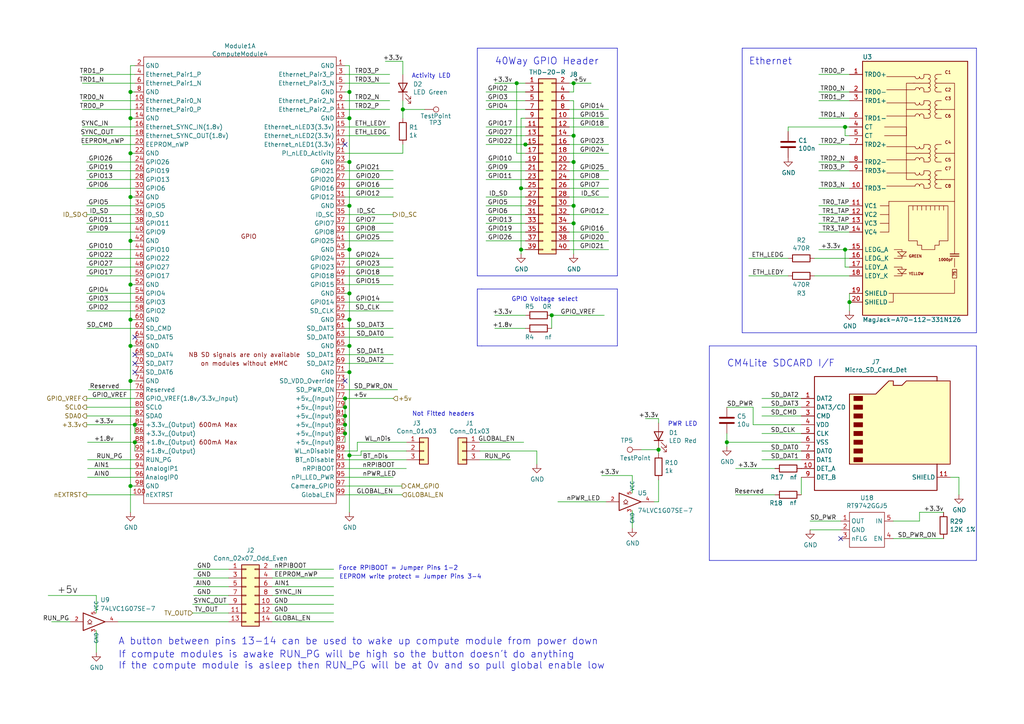
<source format=kicad_sch>
(kicad_sch (version 20230121) (generator eeschema)
  (paper "A4")
  (title_block (title "Bitcart") (date "2023-09-15") (rev "1"))
  (junction (at 37.846 92.71) (diameter 1.016))
  (junction (at 101.346 132.08) (diameter 1.016))
  (junction (at 166.37 39.37) (diameter 1.016))
  (junction (at 101.346 59.69) (diameter 1.016))
  (junction (at 151.13 54.61) (diameter 1.016))
  (junction (at 166.37 24.13) (diameter 1.016))
  (junction (at 101.346 46.99) (diameter 1.016))
  (junction (at 160.02 91.44) (diameter 1.016))
  (junction (at 101.346 72.39) (diameter 1.016))
  (junction (at 246.38 87.63) (diameter 1.016))
  (junction (at 101.346 26.67) (diameter 1.016))
  (junction (at 245.11 36.83) (diameter 1.016))
  (junction (at 151.13 72.39) (diameter 1.016))
  (junction (at 100.076 125.73) (diameter 1.016))
  (junction (at 101.346 85.09) (diameter 1.016))
  (junction (at 166.37 64.77) (diameter 1.016))
  (junction (at 37.846 69.85) (diameter 1.016))
  (junction (at 37.846 26.67) (diameter 1.016))
  (junction (at 100.076 120.65) (diameter 1.016))
  (junction (at 245.11 72.39) (diameter 1.016))
  (junction (at 37.846 100.33) (diameter 1.016))
  (junction (at 37.846 44.45) (diameter 1.016))
  (junction (at 39.116 123.19) (diameter 1.016))
  (junction (at 116.84 31.75) (diameter 1.016))
  (junction (at 101.346 107.95) (diameter 1.016))
  (junction (at 101.346 34.29) (diameter 1.016))
  (junction (at 149.86 24.13) (diameter 1.016))
  (junction (at 166.37 46.99) (diameter 1.016))
  (junction (at 191.008 130.429) (diameter 1.016))
  (junction (at 210.82 128.27) (diameter 1.016))
  (junction (at 101.346 92.71) (diameter 1.016))
  (junction (at 100.076 115.57) (diameter 1.016))
  (junction (at 100.076 123.19) (diameter 1.016))
  (junction (at 101.346 100.33) (diameter 1.016))
  (junction (at 37.846 82.55) (diameter 1.016))
  (junction (at 166.37 59.69) (diameter 1.016))
  (junction (at 39.116 128.27) (diameter 1.016))
  (junction (at 37.846 110.49) (diameter 1.016))
  (junction (at 37.846 34.29) (diameter 1.016))
  (junction (at 37.846 57.15) (diameter 1.016))
  (junction (at 37.846 140.97) (diameter 1.016))
  (junction (at 152.4 41.91) (diameter 1.016))
  (junction (at 100.076 118.11) (diameter 1.016))
  (no_connect (at 243.84 156.21))
  (no_connect (at 100.076 110.49))
  (no_connect (at 39.116 97.79))
  (no_connect (at 100.076 41.91))
  (no_connect (at 39.116 107.95))
  (no_connect (at 39.116 105.41))
  (no_connect (at 39.116 102.87))
  (wire (pts (xy 25.146 118.11) (xy 39.116 118.11)))
  (wire (pts (xy 23.876 36.83) (xy 39.116 36.83)))
  (wire (pts (xy 37.846 57.15) (xy 39.116 57.15)))
  (wire (pts (xy 78.994 175.26) (xy 96.774 175.26)))
  (wire (pts (xy 166.37 64.77) (xy 166.37 73.66)))
  (wire (pts (xy 100.076 44.45) (xy 116.84 44.45)))
  (wire (pts (xy 140.97 39.37) (xy 152.4 39.37)))
  (wire (pts (xy 237.49 21.59) (xy 246.38 21.59)))
  (wire (pts (xy 166.37 29.21) (xy 166.37 39.37)))
  (wire (pts (xy 78.994 170.18) (xy 96.774 170.18)))
  (wire (pts (xy 56.134 167.64) (xy 66.294 167.64)))
  (wire (pts (xy 101.346 132.08) (xy 101.346 148.59)))
  (wire (pts (xy 100.076 21.59) (xy 113.03 21.59)))
  (polyline (pts (xy 179.07 100.33) (xy 139.7 100.33)) (stroke (width 0) (type solid)))
  (wire (pts (xy 237.49 34.29) (xy 246.38 34.29)))
  (wire (pts (xy 245.11 72.39) (xy 246.38 72.39)))
  (wire (pts (xy 101.346 46.99) (xy 101.346 59.69)))
  (wire (pts (xy 37.846 44.45) (xy 37.846 57.15)))
  (polyline (pts (xy 283.21 13.97) (xy 283.21 96.52)) (stroke (width 0) (type solid)))
  (wire (pts (xy 140.97 52.07) (xy 152.4 52.07)))
  (wire (pts (xy 100.076 85.09) (xy 101.346 85.09)))
  (wire (pts (xy 56.134 170.18) (xy 66.294 170.18)))
  (wire (pts (xy 143.51 95.25) (xy 152.4 95.25)))
  (wire (pts (xy 25.146 90.17) (xy 39.116 90.17)))
  (wire (pts (xy 140.97 64.77) (xy 152.4 64.77)))
  (polyline (pts (xy 139.7 83.82) (xy 138.43 83.82)) (stroke (width 0) (type solid)))
  (wire (pts (xy 183.388 137.922) (xy 174.498 137.922)))
  (wire (pts (xy 166.37 64.77) (xy 166.37 59.69)))
  (wire (pts (xy 27.94 172.72) (xy 27.94 177.8)))
  (wire (pts (xy 25.4 138.43) (xy 39.116 138.43)))
  (wire (pts (xy 100.076 80.01) (xy 114.046 80.01)))
  (wire (pts (xy 228.6 38.1) (xy 228.6 36.83)))
  (wire (pts (xy 103.632 128.27) (xy 117.856 128.27)))
  (wire (pts (xy 100.076 34.29) (xy 101.346 34.29)))
  (wire (pts (xy 140.97 31.75) (xy 152.4 31.75)))
  (polyline (pts (xy 205.74 162.56) (xy 205.74 100.33)) (stroke (width 0) (type solid)))
  (wire (pts (xy 139.192 133.35) (xy 148.082 133.35)))
  (wire (pts (xy 25.146 115.57) (xy 39.116 115.57)))
  (wire (pts (xy 100.076 52.07) (xy 114.046 52.07)))
  (wire (pts (xy 140.97 62.23) (xy 152.4 62.23)))
  (wire (pts (xy 101.346 85.09) (xy 101.346 92.71)))
  (wire (pts (xy 166.37 46.99) (xy 165.1 46.99)))
  (wire (pts (xy 37.846 19.05) (xy 37.846 26.67)))
  (wire (pts (xy 100.076 36.83) (xy 113.03 36.83)))
  (wire (pts (xy 25.146 59.69) (xy 39.116 59.69)))
  (wire (pts (xy 166.37 39.37) (xy 165.1 39.37)))
  (wire (pts (xy 100.076 87.63) (xy 114.046 87.63)))
  (wire (pts (xy 56.134 172.72) (xy 66.294 172.72)))
  (wire (pts (xy 100.076 133.35) (xy 117.856 133.35)))
  (wire (pts (xy 78.994 172.72) (xy 96.774 172.72)))
  (wire (pts (xy 37.846 69.85) (xy 39.116 69.85)))
  (wire (pts (xy 100.076 19.05) (xy 101.346 19.05)))
  (wire (pts (xy 140.97 29.21) (xy 152.4 29.21)))
  (wire (pts (xy 25.4 133.35) (xy 39.116 133.35)))
  (wire (pts (xy 100.076 67.31) (xy 114.046 67.31)))
  (wire (pts (xy 100.076 107.95) (xy 101.346 107.95)))
  (wire (pts (xy 236.22 74.93) (xy 246.38 74.93)))
  (wire (pts (xy 23.876 39.37) (xy 39.116 39.37)))
  (wire (pts (xy 237.49 59.69) (xy 246.38 59.69)))
  (wire (pts (xy 100.076 140.97) (xy 116.586 140.97)))
  (polyline (pts (xy 179.07 13.97) (xy 138.43 13.97)) (stroke (width 0) (type solid)))
  (wire (pts (xy 213.36 135.89) (xy 224.79 135.89)))
  (wire (pts (xy 100.076 46.99) (xy 101.346 46.99)))
  (wire (pts (xy 100.076 138.43) (xy 114.046 138.43)))
  (wire (pts (xy 101.346 132.08) (xy 104.7242 132.08)))
  (wire (pts (xy 100.076 26.67) (xy 101.346 26.67)))
  (wire (pts (xy 236.22 80.01) (xy 246.38 80.01)))
  (wire (pts (xy 143.51 24.13) (xy 149.86 24.13)))
  (wire (pts (xy 165.1 24.13) (xy 166.37 24.13)))
  (wire (pts (xy 266.7 148.59) (xy 266.7 151.13)))
  (wire (pts (xy 100.076 24.13) (xy 113.03 24.13)))
  (wire (pts (xy 39.116 19.05) (xy 37.846 19.05)))
  (wire (pts (xy 191.008 121.412) (xy 187.198 121.412)))
  (wire (pts (xy 25.4 128.27) (xy 39.116 128.27)))
  (wire (pts (xy 100.076 120.65) (xy 100.076 123.19)))
  (wire (pts (xy 34.29 180.34) (xy 66.294 180.34)))
  (wire (pts (xy 243.84 151.13) (xy 234.95 151.13)))
  (wire (pts (xy 100.076 82.55) (xy 114.046 82.55)))
  (wire (pts (xy 39.116 128.27) (xy 39.37 128.27)))
  (wire (pts (xy 39.116 140.97) (xy 37.846 140.97)))
  (wire (pts (xy 218.44 123.19) (xy 218.44 118.11)))
  (wire (pts (xy 25.146 46.99) (xy 39.116 46.99)))
  (wire (pts (xy 25.146 120.65) (xy 39.116 120.65)))
  (wire (pts (xy 13.97 172.72) (xy 27.94 172.72)))
  (wire (pts (xy 140.97 49.53) (xy 152.4 49.53)))
  (wire (pts (xy 165.1 36.83) (xy 176.53 36.83)))
  (wire (pts (xy 232.41 138.43) (xy 232.41 143.51)))
  (wire (pts (xy 100.076 115.57) (xy 114.046 115.57)))
  (wire (pts (xy 78.994 180.34) (xy 96.774 180.34)))
  (wire (pts (xy 101.346 92.71) (xy 101.346 100.33)))
  (wire (pts (xy 37.846 82.55) (xy 39.116 82.55)))
  (wire (pts (xy 160.02 91.44) (xy 160.02 95.25)))
  (wire (pts (xy 165.1 29.21) (xy 166.37 29.21)))
  (wire (pts (xy 100.076 62.23) (xy 114.046 62.23)))
  (wire (pts (xy 101.346 72.39) (xy 101.346 85.09)))
  (wire (pts (xy 25.146 54.61) (xy 39.116 54.61)))
  (wire (pts (xy 100.076 69.85) (xy 114.046 69.85)))
  (wire (pts (xy 151.13 34.29) (xy 151.13 54.61)))
  (polyline (pts (xy 179.07 13.97) (xy 179.07 80.01)) (stroke (width 0) (type solid)))
  (wire (pts (xy 191.008 122.682) (xy 191.008 121.412)))
  (wire (pts (xy 237.49 67.31) (xy 246.38 67.31)))
  (wire (pts (xy 37.846 92.71) (xy 39.116 92.71)))
  (wire (pts (xy 151.13 54.61) (xy 152.4 54.61)))
  (wire (pts (xy 56.134 165.1) (xy 66.294 165.1)))
  (wire (pts (xy 100.076 77.47) (xy 114.046 77.47)))
  (polyline (pts (xy 138.43 100.33) (xy 138.43 83.82)) (stroke (width 0) (type solid)))
  (wire (pts (xy 37.846 110.49) (xy 37.846 140.97)))
  (wire (pts (xy 237.49 62.23) (xy 246.38 62.23)))
  (wire (pts (xy 149.86 24.13) (xy 149.86 44.45)))
  (wire (pts (xy 245.11 77.47) (xy 245.11 72.39)))
  (polyline (pts (xy 179.07 83.82) (xy 179.07 100.33)) (stroke (width 0) (type solid)))
  (wire (pts (xy 246.38 85.09) (xy 246.38 87.63)))
  (wire (pts (xy 165.1 31.75) (xy 176.53 31.75)))
  (wire (pts (xy 100.076 125.73) (xy 100.076 128.27)))
  (wire (pts (xy 140.97 67.31) (xy 152.4 67.31)))
  (wire (pts (xy 25.146 62.23) (xy 39.116 62.23)))
  (wire (pts (xy 165.1 67.31) (xy 176.53 67.31)))
  (wire (pts (xy 114.046 90.17) (xy 100.076 90.17)))
  (wire (pts (xy 165.1 69.85) (xy 176.53 69.85)))
  (wire (pts (xy 100.076 59.69) (xy 101.346 59.69)))
  (wire (pts (xy 237.49 64.77) (xy 246.38 64.77)))
  (wire (pts (xy 25.146 52.07) (xy 39.116 52.07)))
  (wire (pts (xy 139.192 130.81) (xy 155.702 130.81)))
  (wire (pts (xy 100.076 118.11) (xy 100.076 120.65)))
  (wire (pts (xy 25.146 95.25) (xy 39.116 95.25)))
  (wire (pts (xy 165.1 54.61) (xy 176.53 54.61)))
  (wire (pts (xy 25.4 135.89) (xy 39.116 135.89)))
  (wire (pts (xy 183.388 148.082) (xy 183.388 153.162)))
  (wire (pts (xy 191.008 139.192) (xy 191.008 145.542)))
  (wire (pts (xy 160.02 91.44) (xy 175.26 91.44)))
  (wire (pts (xy 259.08 156.21) (xy 273.685 156.21)))
  (wire (pts (xy 100.076 29.21) (xy 113.03 29.21)))
  (wire (pts (xy 232.41 133.35) (xy 220.98 133.35)))
  (wire (pts (xy 100.076 123.19) (xy 100.076 125.73)))
  (wire (pts (xy 23.876 41.91) (xy 39.116 41.91)))
  (wire (pts (xy 23.876 21.59) (xy 39.116 21.59)))
  (wire (pts (xy 140.97 36.83) (xy 152.4 36.83)))
  (wire (pts (xy 165.1 49.53) (xy 176.53 49.53)))
  (wire (pts (xy 237.49 26.67) (xy 246.38 26.67)))
  (wire (pts (xy 100.076 31.75) (xy 113.03 31.75)))
  (wire (pts (xy 191.008 130.302) (xy 191.008 130.429)))
  (wire (pts (xy 165.1 57.15) (xy 176.53 57.15)))
  (wire (pts (xy 237.49 72.39) (xy 245.11 72.39)))
  (wire (pts (xy 151.13 54.61) (xy 151.13 72.39)))
  (wire (pts (xy 25.146 85.09) (xy 39.116 85.09)))
  (wire (pts (xy 25.146 49.53) (xy 39.116 49.53)))
  (wire (pts (xy 243.84 153.67) (xy 234.95 153.67)))
  (wire (pts (xy 78.994 167.64) (xy 96.774 167.64)))
  (wire (pts (xy 220.98 115.57) (xy 232.41 115.57)))
  (wire (pts (xy 100.076 39.37) (xy 113.03 39.37)))
  (wire (pts (xy 228.6 36.83) (xy 245.11 36.83)))
  (wire (pts (xy 55.88 177.8) (xy 66.294 177.8)))
  (wire (pts (xy 37.846 100.33) (xy 39.116 100.33)))
  (wire (pts (xy 191.008 145.542) (xy 189.738 145.542)))
  (polyline (pts (xy 283.21 100.33) (xy 283.21 162.56)) (stroke (width 0) (type solid)))
  (wire (pts (xy 166.37 39.37) (xy 166.37 46.99)))
  (wire (pts (xy 25.146 143.51) (xy 39.116 143.51)))
  (wire (pts (xy 165.1 34.29) (xy 176.53 34.29)))
  (wire (pts (xy 100.076 113.03) (xy 115.316 113.03)))
  (wire (pts (xy 278.13 138.43) (xy 278.13 143.51)))
  (wire (pts (xy 140.97 69.85) (xy 152.4 69.85)))
  (wire (pts (xy 78.994 165.1) (xy 96.774 165.1)))
  (wire (pts (xy 165.1 52.07) (xy 176.53 52.07)))
  (wire (pts (xy 100.076 64.77) (xy 114.046 64.77)))
  (wire (pts (xy 100.076 49.53) (xy 114.046 49.53)))
  (wire (pts (xy 140.97 26.67) (xy 152.4 26.67)))
  (wire (pts (xy 140.97 57.15) (xy 152.4 57.15)))
  (wire (pts (xy 213.36 143.51) (xy 224.79 143.51)))
  (wire (pts (xy 101.346 26.67) (xy 101.346 34.29)))
  (polyline (pts (xy 283.21 96.52) (xy 215.265 96.52)) (stroke (width 0) (type solid)))
  (wire (pts (xy 139.192 128.27) (xy 151.892 128.27)))
  (wire (pts (xy 25.146 67.31) (xy 39.116 67.31)))
  (wire (pts (xy 39.116 125.73) (xy 39.116 123.19)))
  (wire (pts (xy 78.994 177.8) (xy 96.774 177.8)))
  (wire (pts (xy 237.49 41.91) (xy 246.38 41.91)))
  (wire (pts (xy 183.388 143.002) (xy 183.388 137.922)))
  (polyline (pts (xy 139.7 83.82) (xy 179.07 83.82)) (stroke (width 0) (type solid)))
  (wire (pts (xy 116.84 31.75) (xy 116.84 29.21)))
  (wire (pts (xy 25.146 64.77) (xy 39.116 64.77)))
  (wire (pts (xy 25.146 80.01) (xy 39.116 80.01)))
  (wire (pts (xy 217.17 80.01) (xy 228.6 80.01)))
  (wire (pts (xy 186.0042 130.429) (xy 191.008 130.429)))
  (wire (pts (xy 100.076 74.93) (xy 114.046 74.93)))
  (wire (pts (xy 273.685 148.59) (xy 266.7 148.59)))
  (wire (pts (xy 39.116 130.81) (xy 39.116 128.27)))
  (wire (pts (xy 101.346 59.69) (xy 101.346 72.39)))
  (wire (pts (xy 166.37 59.69) (xy 166.37 46.99)))
  (polyline (pts (xy 283.21 162.56) (xy 205.74 162.56)) (stroke (width 0) (type solid)))
  (wire (pts (xy 191.008 130.429) (xy 191.008 131.572)))
  (wire (pts (xy 116.84 21.59) (xy 116.84 17.78)))
  (wire (pts (xy 210.82 125.73) (xy 210.82 128.27)))
  (wire (pts (xy 100.076 100.33) (xy 101.346 100.33)))
  (wire (pts (xy 100.076 143.51) (xy 116.586 143.51)))
  (wire (pts (xy 37.846 110.49) (xy 39.116 110.49)))
  (wire (pts (xy 220.98 130.81) (xy 232.41 130.81)))
  (wire (pts (xy 210.82 118.11) (xy 218.44 118.11)))
  (wire (pts (xy 166.37 24.13) (xy 171.45 24.13)))
  (wire (pts (xy 151.13 72.39) (xy 152.4 72.39)))
  (wire (pts (xy 37.846 44.45) (xy 39.116 44.45)))
  (polyline (pts (xy 215.265 96.52) (xy 215.265 13.97)) (stroke (width 0) (type solid)))
  (wire (pts (xy 100.076 115.57) (xy 100.076 118.11)))
  (wire (pts (xy 166.37 26.67) (xy 166.37 24.13)))
  (wire (pts (xy 104.7242 132.08) (xy 104.7242 130.81)))
  (wire (pts (xy 217.17 74.93) (xy 228.6 74.93)))
  (wire (pts (xy 39.116 34.29) (xy 37.846 34.29)))
  (wire (pts (xy 101.346 34.29) (xy 101.346 46.99)))
  (wire (pts (xy 149.86 44.45) (xy 152.4 44.45)))
  (wire (pts (xy 55.88 175.26) (xy 66.294 175.26)))
  (wire (pts (xy 23.876 29.21) (xy 39.116 29.21)))
  (wire (pts (xy 140.97 59.69) (xy 152.4 59.69)))
  (wire (pts (xy 100.076 130.81) (xy 103.632 130.81)))
  (wire (pts (xy 37.846 34.29) (xy 37.846 44.45)))
  (wire (pts (xy 232.41 123.19) (xy 218.44 123.19)))
  (polyline (pts (xy 138.43 100.33) (xy 139.7 100.33)) (stroke (width 0) (type solid)))
  (wire (pts (xy 25.146 74.93) (xy 39.116 74.93)))
  (wire (pts (xy 114.046 102.87) (xy 100.076 102.87)))
  (wire (pts (xy 152.4 34.29) (xy 151.13 34.29)))
  (wire (pts (xy 259.08 151.13) (xy 266.7 151.13)))
  (wire (pts (xy 25.146 77.47) (xy 39.116 77.47)))
  (wire (pts (xy 100.076 57.15) (xy 114.046 57.15)))
  (wire (pts (xy 100.076 92.71) (xy 101.346 92.71)))
  (wire (pts (xy 39.116 26.67) (xy 37.846 26.67)))
  (wire (pts (xy 27.94 182.88) (xy 27.94 189.23)))
  (wire (pts (xy 37.846 82.55) (xy 37.846 92.71)))
  (wire (pts (xy 246.38 87.63) (xy 246.38 90.17)))
  (wire (pts (xy 25.6032 113.03) (xy 39.116 113.03)))
  (wire (pts (xy 165.1 64.77) (xy 166.37 64.77)))
  (polyline (pts (xy 205.74 100.33) (xy 283.21 100.33)) (stroke (width 0) (type solid)))
  (wire (pts (xy 111.76 17.78) (xy 116.84 17.78)))
  (wire (pts (xy 37.846 92.71) (xy 37.846 100.33)))
  (wire (pts (xy 246.38 77.47) (xy 245.11 77.47)))
  (polyline (pts (xy 138.43 80.01) (xy 179.07 80.01)) (stroke (width 0) (type solid)))
  (wire (pts (xy 37.846 100.33) (xy 37.846 110.49)))
  (wire (pts (xy 101.346 19.05) (xy 101.346 26.67)))
  (wire (pts (xy 37.846 140.97) (xy 37.846 148.59)))
  (wire (pts (xy 25.146 123.19) (xy 39.116 123.19)))
  (wire (pts (xy 237.49 54.61) (xy 246.38 54.61)))
  (wire (pts (xy 140.97 46.99) (xy 152.4 46.99)))
  (wire (pts (xy 246.38 39.37) (xy 245.11 39.37)))
  (wire (pts (xy 140.97 41.91) (xy 152.4 41.91)))
  (wire (pts (xy 232.41 118.11) (xy 220.98 118.11)))
  (wire (pts (xy 161.798 145.542) (xy 175.768 145.542)))
  (wire (pts (xy 232.41 125.73) (xy 220.98 125.73)))
  (wire (pts (xy 103.632 130.81) (xy 103.632 128.27)))
  (wire (pts (xy 165.1 62.23) (xy 176.53 62.23)))
  (wire (pts (xy 245.11 39.37) (xy 245.11 36.83)))
  (wire (pts (xy 37.846 57.15) (xy 37.846 69.85)))
  (wire (pts (xy 275.59 138.43) (xy 278.13 138.43)))
  (wire (pts (xy 154.94 41.91) (xy 152.4 41.91)))
  (wire (pts (xy 165.1 59.69) (xy 166.37 59.69)))
  (wire (pts (xy 100.076 97.79) (xy 114.046 97.79)))
  (wire (pts (xy 101.346 100.33) (xy 101.346 107.95)))
  (wire (pts (xy 155.702 130.81) (xy 155.702 134.62)))
  (wire (pts (xy 100.076 105.41) (xy 114.046 105.41)))
  (wire (pts (xy 165.1 41.91) (xy 176.53 41.91)))
  (wire (pts (xy 210.82 128.27) (xy 210.82 129.54)))
  (wire (pts (xy 23.876 24.13) (xy 39.116 24.13)))
  (wire (pts (xy 25.146 87.63) (xy 39.116 87.63)))
  (wire (pts (xy 114.046 95.25) (xy 100.076 95.25)))
  (wire (pts (xy 165.1 26.67) (xy 166.37 26.67)))
  (wire (pts (xy 143.51 91.44) (xy 152.4 91.44)))
  (wire (pts (xy 14.986 180.34) (xy 20.32 180.34)))
  (wire (pts (xy 237.49 49.53) (xy 246.38 49.53)))
  (wire (pts (xy 100.076 135.89) (xy 117.856 135.89)))
  (wire (pts (xy 246.38 36.83) (xy 245.11 36.83)))
  (wire (pts (xy 123.19 31.75) (xy 116.84 31.75)))
  (wire (pts (xy 116.84 34.29) (xy 116.84 31.75)))
  (wire (pts (xy 151.13 72.39) (xy 151.13 73.66)))
  (wire (pts (xy 100.076 54.61) (xy 114.046 54.61)))
  (wire (pts (xy 220.98 120.65) (xy 232.41 120.65)))
  (wire (pts (xy 25.146 72.39) (xy 39.116 72.39)))
  (wire (pts (xy 210.82 128.27) (xy 232.41 128.27)))
  (wire (pts (xy 116.84 44.45) (xy 116.84 41.91)))
  (wire (pts (xy 165.1 44.45) (xy 176.53 44.45)))
  (polyline (pts (xy 138.43 13.97) (xy 138.43 80.01)) (stroke (width 0) (type solid)))
  (wire (pts (xy 101.346 107.95) (xy 101.346 132.08)))
  (wire (pts (xy 237.49 46.99) (xy 246.38 46.99)))
  (wire (pts (xy 104.7242 130.81) (xy 117.856 130.81)))
  (wire (pts (xy 23.876 31.75) (xy 39.116 31.75)))
  (wire (pts (xy 152.4 24.13) (xy 149.86 24.13)))
  (wire (pts (xy 37.846 69.85) (xy 37.846 82.55)))
  (wire (pts (xy 100.076 72.39) (xy 101.346 72.39)))
  (polyline (pts (xy 215.265 13.97) (xy 283.21 13.97)) (stroke (width 0) (type solid)))
  (wire (pts (xy 165.1 72.39) (xy 176.53 72.39)))
  (wire (pts (xy 237.49 29.21) (xy 246.38 29.21)))
  (wire (pts (xy 37.846 26.67) (xy 37.846 34.29)))
  (text "PWR LED" (at 193.675 123.825 0) (effects (font (size 1.27 1.27)) (justify left bottom)))
  (text "40Way GPIO Header" (at 143.51 19.05 0) (effects (font (size 2.007 2.007)) (justify left bottom)))
  (text "CM4Lite SDCARD I/F" (at 210.82 106.68 0) (effects (font (size 2.007 2.007)) (justify left bottom)))
  (text "GPIO Voltage select\n" (at 167.64 87.63 0) (effects (font (size 1.27 1.27)) (justify right bottom)))
  (text "Ethernet" (at 217.17 19.05 0) (effects (font (size 2.0066 2.0066)) (justify left bottom)))
  (text "Activity LED" (at 119.38 22.86 0) (effects (font (size 1.27 1.27)) (justify left bottom)))
  (text "EEPROM write protect = Jumper Pins 3-4\n\n" (at 139.7 170.18 0) (effects (font (size 1.27 1.27)) (justify right bottom)))
  (text "Not Fitted headers" (at 137.668 120.904 0) (effects (font (size 1.27 1.27)) (justify right bottom)))
  (text "A button between pins 13-14 can be used to wake up compute module from power down\n\n" (at 34.29 190.5 0) (effects (font (size 2.007 2.007)) (justify left bottom)))
  (text "If compute modules is awake RUN_PG will be high so the button doesn't do anything\nIf the compute module is asleep then RUN_PG will be at 0v and so pull global enable low" (at 34.29 194.31 0) (effects (font (size 2.007 2.007)) (justify left bottom)))
  (text "Force RPIBOOT = Jumper Pins 1-2 \n" (at 133.858 165.608 0) (effects (font (size 1.27 1.27)) (justify right bottom)))
  (label "TRD2_P" (at 245.11 41.91 180))
  (label "GPIO12" (at 110.236 57.15 180))
  (label "GPIO15" (at 175.26 34.29 180))
  (label "TRD2_N" (at 245.11 46.99 180))
  (label "ID_SD" (at 147.32 57.15 180))
  (label "GPIO23" (at 110.236 77.47 180))
  (label "TR2_TAP" (at 246.38 64.77 180))
  (label "SD_PWR_ON" (at 102.616 113.03 0))
  (label "ID_SC" (at 108.966 62.23 180))
  (label "TRD1_P" (at 245.11 29.21 180))
  (label "GPIO14" (at 110.236 87.63 180))
  (label "TRD1_P" (at 30.226 21.59 180))
  (label "Reserved" (at 34.671 113.03 180))
  (label "SD_DAT3" (at 223.52 118.11 0))
  (label "SD_DAT3" (at 111.506 95.25 180))
  (label "+3.3v" (at 148.59 91.44 180))
  (label "GPIO12" (at 175.26 62.23 180))
  (label "SD_DAT0" (at 223.52 130.81 0))
  (label "SD_PWR" (at 234.95 151.13 0))
  (label "GPIO11" (at 148.59 52.07 180))
  (label "GPIO18" (at 175.26 36.83 180))
  (label "nPWR_LED" (at 105.156 138.43 0))
  (label "GND" (at 83.566 175.26 180))
  (label "GPIO3" (at 147.32 29.21 180))
  (label "SD_PWR" (at 210.82 118.11 0))
  (label "+5v" (at 16.51 172.72 0) (effects (font (size 2.0066 2.0066))))
  (label "SD_DAT0" (at 111.506 97.79 180))
  (label "GPIO14" (at 175.26 31.75 180))
  (label "GPIO7" (at 173.99 54.61 180))
  (label "GPIO20" (at 110.236 52.07 180))
  (label "SD_DAT1" (at 223.52 133.35 0))
  (label "GPIO26" (at 148.59 69.85 180))
  (label "BT_nDis" (at 112.6236 133.35 180))
  (label "SD_DAT2" (at 111.506 105.41 180))
  (label "EEPROM_nWP" (at 36.068 41.91 180))
  (label "GPIO8" (at 108.966 67.31 180))
  (label "AIN0" (at 61.214 170.18 180))
  (label "GPIO26" (at 32.766 46.99 180))
  (label "+3.3v" (at 219.71 135.89 180))
  (label "GPIO5" (at 147.32 59.69 180))
  (label "SYNC_IN" (at 31.496 36.83 180))
  (label "GPIO2" (at 147.32 26.67 180))
  (label "SD_PWR_ON" (at 260.35 156.21 0))
  (label "GPIO18" (at 110.236 80.01 180))
  (label "GPIO15" (at 110.236 82.55 180))
  (label "TRD2_P" (at 102.87 31.75 0))
  (label "GPIO25" (at 110.236 69.85 180))
  (label "nRPIBOOT" (at 114.5032 135.89 180))
  (label "GPIO_VREF" (at 26.67 115.57 0))
  (label "GPIO6" (at 147.32 62.23 180))
  (label "GPIO13" (at 148.59 64.77 180))
  (label "GPIO6" (at 31.496 54.61 180))
  (label "TRD3_N" (at 102.87 24.13 0))
  (label "TR0_TAP" (at 246.38 59.69 180))
  (label "GPIO17" (at 148.59 36.83 180))
  (label "GPIO9" (at 147.32 49.53 180))
  (label "GPIO25" (at 175.26 49.53 180))
  (label "GPIO21" (at 175.26 72.39 180))
  (label "AIN1" (at 84.074 170.18 180))
  (label "GPIO13" (at 32.766 52.07 180))
  (label "GPIO_VREF" (at 162.56 91.44 0))
  (label "GPIO19" (at 148.59 67.31 180))
  (label "TRD0_P" (at 245.11 21.59 180))
  (label "ETH_LEDG" (at 227.33 74.93 180))
  (label "+3.3v" (at 191.008 121.412 180))
  (label "GPIO16" (at 110.236 54.61 180))
  (label "AIN1" (at 31.75 135.89 180))
  (label "TRD3_N" (at 245.11 54.61 180))
  (label "SYNC_IN" (at 87.63 172.72 180))
  (label "TRD0_N" (at 30.226 29.21 180))
  (label "SD_CMD" (at 32.766 95.25 180))
  (label "GND" (at 61.214 165.1 180))
  (label "+5v" (at 170.18 24.13 180))
  (label "RUN_PG" (at 148.082 133.35 180))
  (label "GPIO22" (at 32.766 74.93 180))
  (label "SD_CLK" (at 223.52 125.73 0))
  (label "TRD1_N" (at 245.11 34.29 180))
  (label "GPIO19" (at 32.766 49.53 180))
  (label "+3.3v" (at 148.59 24.13 180))
  (label "GPIO4" (at 31.496 85.09 180))
  (label "nPWR_LED" (at 164.338 145.542 0))
  (label "GPIO5" (at 31.496 59.69 180))
  (label "+3.3v" (at 33.02 123.19 180))
  (label "GPIO10" (at 148.59 46.99 180))
  (label "+5v" (at 106.426 115.57 180))
  (label "SYNC_OUT" (at 33.02 39.37 180))
  (label "GND" (at 61.214 167.64 180))
  (label "EEPROM_nWP" (at 92.202 167.64 180))
  (label "SYNC_OUT" (at 65.786 175.26 180))
  (label "GLOBAL_EN" (at 114.046 143.51 180))
  (label "+3.3v" (at 273.685 148.59 180))
  (label "GPIO27" (at 32.766 77.47 180))
  (label "GLOBAL_EN" (at 90.17 180.34 180))
  (label "GLOBAL_EN" (at 149.352 128.27 180))
  (label "GPIO27" (at 148.59 39.37 180))
  (label "GPIO11" (at 32.766 64.77 180))
  (label "+1.8v" (at 33.02 128.27 180))
  (label "GND" (at 61.214 172.72 180))
  (label "TV_OUT" (at 63.246 177.8 180))
  (label "RUN_PG" (at 35.56 133.35 180))
  (label "TRD3_P" (at 245.11 49.53 180))
  (label "TRD3_P" (at 102.87 21.59 0))
  (label "GPIO20" (at 175.26 69.85 180))
  (label "GPIO7" (at 108.966 64.77 180))
  (label "SD_DAT1" (at 111.506 102.87 180))
  (label "ID_SC" (at 173.99 57.15 180))
  (label "TRD1_N" (at 30.226 24.13 180))
  (label "GPIO22" (at 148.59 41.91 180))
  (label "ETH_LEDG" (at 102.87 39.37 0))
  (label "TR1_TAP" (at 246.38 62.23 180))
  (label "+3.3v" (at 116.84 17.78 180))
  (label "GPIO8" (at 173.99 52.07 180))
  (label "ETH_LEDY" (at 102.87 36.83 0))
  (label "+3.3v" (at 243.84 72.39 180))
  (label "GND" (at 83.566 177.8 180))
  (label "GPIO3" (at 31.496 87.63 180))
  (label "GPIO17" (at 32.766 80.01 180))
  (label "GPIO2" (at 31.496 90.17 180))
  (label "WL_nDis" (at 113.411 128.27 180))
  (label "ID_SD" (at 31.496 62.23 180))
  (label "TRD2_N" (at 102.87 29.21 0))
  (label "GPIO9" (at 31.496 67.31 180))
  (label "nRPIBOOT" (at 88.9 165.1 180))
  (label "+3.3v" (at 179.578 137.922 180))
  (label "GPIO23" (at 175.26 41.91 180))
  (label "SD_CLK" (at 110.236 90.17 180))
  (label "GPIO24" (at 110.236 74.93 180))
  (label "+1.8v" (at 148.59 95.25 180))
  (label "SD_CMD" (at 223.52 120.65 0))
  (label "GPIO4" (at 147.32 31.75 180))
  (label "RUN_PG" (at 20.066 180.34 180))
  (label "TRD0_N" (at 245.11 26.67 180))
  (label "GPIO16" (at 175.26 67.31 180))
  (label "GPIO10" (at 32.766 72.39 180))
  (label "GPIO21" (at 110.236 49.53 180))
  (label "TRD0_P" (at 30.226 31.75 180))
  (label "GPIO24" (at 175.26 44.45 180))
  (label "ETH_LEDY" (at 227.33 80.01 180))
  (label "AIN0" (at 31.75 138.43 180))
  (label "SD_DAT2" (at 223.52 115.57 0))
  (label "Reserved" (at 221.615 143.51 180))
  (label "TR3_TAP" (at 246.38 67.31 180))
  (hierarchical_label "+5v" (shape input) (at 114.046 115.57 0))
  (hierarchical_label "GLOBAL_EN" (shape input) (at 116.586 143.51 0))
  (hierarchical_label "ID_SC" (shape output) (at 114.046 62.23 0))
  (hierarchical_label "TV_OUT" (shape input) (at 55.88 177.8 180))
  (hierarchical_label "SCL0" (shape output) (at 25.146 118.11 180))
  (hierarchical_label "ID_SD" (shape output) (at 25.146 62.23 180))
  (hierarchical_label "GPIO_VREF" (shape output) (at 25.146 115.57 180))
  (hierarchical_label "SDA0" (shape output) (at 25.146 120.65 180))
  (hierarchical_label "CAM_GPIO" (shape output) (at 116.586 140.97 0))
  (hierarchical_label "nEXTRST" (shape output) (at 25.146 143.51 180))
  (hierarchical_label "+3.3v" (shape output) (at 25.146 123.19 180))
  (symbol (lib_id "CM4IO:74LVC1G07_copy") (at 183.388 145.542 0) (unit 1)
    (property "Reference" "U5" (at 184.912 143.002 0) (effects (justify left)))
    (property "Value" "74LVC1G07SE-7" (at 184.912 148.082 0) (effects (justify left)))
    (property "Footprint" "Package_TO_SOT_SMD:SOT-353_SC-70-5" (effects hide))
    (property "Datasheet" "https://www.diodes.com/assets/Datasheets/74LVC1G07.pdf" (effects hide))
    (property "Field4" "Farnell" (effects hide))
    (property "Field5" "2425492" (effects hide))
    (property "Field6" "74LVC1G07SE-7" (effects hide))
    (property "Field7" "Diodes" (effects hide))
    (property "Part Description" "Buffer, Non-Inverting 1 Element 1 Bit per Element Open Drain Output SOT-353" (effects hide))
  )
  (symbol (lib_id "CM4IO:74LVC1G07_copy") (at 27.94 180.34 0) (unit 1)
    (property "Reference" "U9" (at 30.48 173.99 0))
    (property "Value" "74LVC1G07SE-7" (at 37.084 176.53 0))
    (property "Footprint" "Package_TO_SOT_SMD:SOT-353_SC-70-5" (effects hide))
    (property "Datasheet" "https://www.diodes.com/assets/Datasheets/74LVC1G07.pdf" (effects hide))
    (property "Field4" "Farnell" (effects hide))
    (property "Field5" "2425492" (effects hide))
    (property "Field6" "74LVC1G07SE-7" (effects hide))
    (property "Field7" "Diodes" (effects hide))
    (property "Part Description" "Buffer, Non-Inverting 1 Element 1 Bit per Element Open Drain Output SOT-353" (effects hide))
  )
  (symbol (lib_id "power:GND") (at 27.94 189.23 0) (unit 1)
    (property "Reference" "#PWR027" (effects hide))
    (property "Value" "GND" (at 28.067 193.6242 0))
  )
  (symbol (lib_id "CM4IO:RT9742GGJ5") (at 252.73 161.29 0) (unit 1)
    (property "Reference" "U18" (at 251.46 144.399 0))
    (property "Value" "RT9742GGJ5" (at 251.46 146.7104 0))
    (property "Footprint" "Package_TO_SOT_SMD:SOT-23-5" (effects hide))
    (property "Datasheet" "https://www.richtek.com/assets/product_file/RT9742/DS9742-00.pdf" (effects hide))
    (property "Field4" "Farnell" (effects hide))
    (property "Field5" "	2545875" (effects hide))
    (property "Field6" "RT9742GGJ5" (effects hide))
    (property "Field7" "RichTek" (effects hide))
    (property "Field8" "USWI00166" (effects hide))
    (property "Part Description" "	Power Switch/Driver 1:1 N-Channel 1A TSOT-23-5" (effects hide))
  )
  (symbol (lib_id "power:GND") (at 234.95 153.67 0) (unit 1)
    (property "Reference" "#PWR0113" (effects hide))
    (property "Value" "GND" (at 235.077 158.0642 0))
  )
  (symbol (lib_id "CM4IO:ComputeModule4-CM4") (at 72.136 74.93 0) (unit 1)
    (property "Reference" "Module1" (at 69.596 13.335 0))
    (property "Value" "ComputeModule4" (at 69.596 15.6464 0))
    (property "Footprint" "CM4IO:Raspberry-Pi-4-Compute-Module" (effects hide))
    (property "Field4" "Hirose" (effects hide))
    (property "Field5" "2off DF40C-100DS-0.4V" (effects hide))
    (property "Field6" "2off DF40C-100DS-0.4V" (effects hide))
    (property "Field7" "Hirose" (effects hide))
    (property "Part Description" "	100 Position Connector Receptacle, Center Strip Contacts Surface Mount Gold" (effects hide))
  )
  (symbol (lib_id "CM4IO:MagJack-A70-112-331N126") (at 267.97 92.71 0) (unit 1)
    (property "Reference" "U3" (at 250.19 16.51 0) (effects (justify left)))
    (property "Value" "MagJack-A70-112-331N126" (at 250.19 92.71 0) (effects (justify left)))
    (property "Footprint" "CM4IO:TRJG0926HENL" (effects hide))
    (property "Datasheet" "https://p.globalsources.com/IMAGES/PDT/SPEC/690/K1160305690.pdf" (effects hide))
    (property "Field6" "TRJG0926HENL" (effects hide))
    (property "Field7" "Trxcon" (effects hide))
    (property "Field8" "UCON00900" (effects hide))
    (property "Part Description" "Gigabit Ethernet Magjack" (effects hide))
  )
  (symbol (lib_id "Device:C") (at 228.6 41.91 0) (unit 1)
    (property "Reference" "C1" (at 231.521 40.7416 0) (effects (justify left)))
    (property "Value" "100n" (at 231.521 43.053 0) (effects (justify left)))
    (property "Footprint" "Capacitor_SMD:C_0402_1005Metric" (effects hide))
    (property "Datasheet" "https://search.murata.co.jp/Ceramy/image/img/A01X/G101/ENG/GRM155R71C104KA88-01.pdf" (effects hide))
    (property "Field4" "Farnell" (effects hide))
    (property "Field5" "2611911" (effects hide))
    (property "Field6" "RM EMK105 B7104KV-F" (effects hide))
    (property "Field7" "TAIYO YUDEN EUROPE GMBH" (effects hide))
    (property "Part Description" "	0.1uF 10% 16V Ceramic Capacitor X7R 0402 (1005 Metric)" (effects hide))
    (property "Field8" "110091611" (effects hide))
  )
  (symbol (lib_id "power:GND") (at 228.6 45.72 0) (unit 1)
    (property "Reference" "#PWR0101" (effects hide))
    (property "Value" "GND" (at 228.727 50.1142 0))
  )
  (symbol (lib_id "Connector_Generic:Conn_02x20_Odd_Even") (at 157.48 46.99 0) (unit 1)
    (property "Reference" "J8" (at 166.37 21.59 0))
    (property "Value" "THD-20-R" (at 158.75 20.9296 0))
    (property "Footprint" "Connector_PinHeader_2.54mm:PinHeader_2x20_P2.54mm_Vertical" (effects hide))
    (property "Datasheet" "https://www.toby.co.uk/uploads/publications/1673.pdf" (effects hide))
    (property "Field4" "Toby" (effects hide))
    (property "Field5" "THD-20-R" (effects hide))
    (property "Field6" "THD-20-R" (effects hide))
    (property "Field7" "Toby" (effects hide))
    (property "Field8" "UCON00511" (effects hide))
    (property "Part Description" "PinHeader_2x20_P2.54mm_Vertical" (effects hide))
  )
  (symbol (lib_id "Device:C") (at 210.82 121.92 0) (unit 1)
    (property "Reference" "C5" (at 213.741 120.7516 0) (effects (justify left)))
    (property "Value" "10u" (at 213.741 123.063 0) (effects (justify left)))
    (property "Footprint" "Capacitor_SMD:C_0805_2012Metric" (effects hide))
    (property "Datasheet" "https://search.murata.co.jp/Ceramy/image/img/A01X/G101/ENG/GRM21BR71A106KA73-01.pdf" (effects hide))
    (property "Field5" "490-14381-1-ND" (effects hide))
    (property "Field4" "Digikey" (effects hide))
    (property "Field6" "GRM21BR71A106KA73L" (effects hide))
    (property "Field7" "Murata" (effects hide))
    (property "Part Description" "	10uF 10% 10V Ceramic Capacitor X7R 0805 (2012 Metric)" (effects hide))
    (property "Field8" "111893011" (effects hide))
  )
  (symbol (lib_id "power:GND") (at 166.37 73.66 0) (unit 1)
    (property "Reference" "#PWR0102" (effects hide))
    (property "Value" "GND" (at 166.497 78.0542 0))
  )
  (symbol (lib_id "power:GND") (at 151.13 73.66 0) (unit 1)
    (property "Reference" "#PWR0103" (effects hide))
    (property "Value" "GND" (at 151.257 78.0542 0))
  )
  (symbol (lib_id "Device:R") (at 232.41 74.93 270) (unit 1)
    (property "Reference" "R2" (at 232.41 69.6722 90))
    (property "Value" "470R" (at 232.41 71.9836 90))
    (property "Footprint" "Resistor_SMD:R_0402_1005Metric" (effects hide))
    (property "Datasheet" "https://fscdn.rohm.com/en/products/databook/datasheet/passive/resistor/chip_resistor/mcr-e.pdf" (effects hide))
    (property "Field4" "Farnell" (effects hide))
    (property "Field5" "9239197" (effects hide))
    (property "Field7" "KOA EUROPE GMBH" (effects hide))
    (property "Field6" "RK73G1ETQTP4700D         " (effects hide))
    (property "Field8" "120887981" (effects hide))
    (property "Part Description" "Resistor 470R M1005 1% 63mW" (effects hide))
  )
  (symbol (lib_id "Device:R") (at 232.41 80.01 270) (unit 1)
    (property "Reference" "R3" (at 232.41 85.09 90))
    (property "Value" "470R" (at 232.41 82.55 90))
    (property "Footprint" "Resistor_SMD:R_0402_1005Metric" (effects hide))
    (property "Datasheet" "https://fscdn.rohm.com/en/products/databook/datasheet/passive/resistor/chip_resistor/mcr-e.pdf" (effects hide))
    (property "Field4" "Farnell" (effects hide))
    (property "Field5" "9239197" (effects hide))
    (property "Field7" "KOA EUROPE GMBH" (effects hide))
    (property "Field6" "RK73G1ETQTP4700D         " (effects hide))
    (property "Field8" "120887981" (effects hide))
    (property "Part Description" "Resistor 470R M1005 1% 63mW" (effects hide))
  )
  (symbol (lib_id "power:GND") (at 37.846 148.59 0) (unit 1)
    (property "Reference" "#PWR0104" (effects hide))
    (property "Value" "GND" (at 37.973 152.9842 0))
  )
  (symbol (lib_id "power:GND") (at 101.346 148.59 0) (unit 1)
    (property "Reference" "#PWR0105" (effects hide))
    (property "Value" "GND" (at 101.473 152.9842 0))
  )
  (symbol (lib_id "Device:LED") (at 116.84 25.4 90) (unit 1)
    (property "Reference" "D2" (at 119.8118 24.4094 90) (effects (justify right)))
    (property "Value" "LED Green" (at 119.8118 26.7208 90) (effects (justify right)))
    (property "Footprint" "LED_SMD:LED_0603_1608Metric" (effects hide))
    (property "Datasheet" "http://optoelectronics.liteon.com/upload/download/DS22-2000-226/LTST-S270KGKT.pdf" (effects hide))
    (property "Field4" "Digikey " (effects hide))
    (property "Field5" "LTST-S270KGKT" (effects hide))
    (property "Field6" "SML-A12M8TT86N" (effects hide))
    (property "Field7" "Rohm" (effects hide))
    (property "Field8" "650263301" (effects hide))
    (property "Part Description" "	Green 572nm LED Indication - Discrete 2.2V 2-SMD, No Lead" (effects hide))
  )
  (symbol (lib_id "Device:R") (at 116.84 38.1 0) (unit 1)
    (property "Reference" "R1" (at 118.618 36.9316 0) (effects (justify left)))
    (property "Value" "1k" (at 118.618 39.243 0) (effects (justify left)))
    (property "Footprint" "Resistor_SMD:R_0402_1005Metric" (effects hide))
    (property "Datasheet" "https://fscdn.rohm.com/en/products/databook/datasheet/passive/resistor/chip_resistor/mcr-e.pdf" (effects hide))
    (property "Field4" "Farnell" (effects hide))
    (property "Field5" "9239235" (effects hide))
    (property "Field7" "KOA EUROPE GMBH" (effects hide))
    (property "Field6" "RK73H1ETTP1001F" (effects hide))
    (property "Part Description" "Resistor 1K M1005 1% 63mW" (effects hide))
    (property "Field8" "125049511" (effects hide))
  )
  (symbol (lib_id "power:GND") (at 183.388 153.162 0) (unit 1)
    (property "Reference" "#PWR05" (effects hide))
    (property "Value" "GND" (at 183.515 157.5562 0))
  )
  (symbol (lib_id "Device:LED") (at 191.008 126.492 90) (unit 1)
    (property "Reference" "D1" (at 193.9798 125.5014 90) (effects (justify right)))
    (property "Value" "LED Red" (at 193.9798 127.8128 90) (effects (justify right)))
    (property "Footprint" "LED_SMD:LED_0603_1608Metric" (effects hide))
    (property "Datasheet" "http://optoelectronics.liteon.com/upload/download/DS22-2000-210/LTST-S270KRKT.pdf" (effects hide))
    (property "Field4" "Digikey " (effects hide))
    (property "Field5" "	LTST-S270KRKT" (effects hide))
    (property "Field6" "SML-A12U8TT86Q" (effects hide))
    (property "Field7" "Rohm" (effects hide))
    (property "Field8" "650295101" (effects hide))
    (property "Part Description" "	Red 620nm LED Indication - Discrete 2.2V 2-SMD, No Lead" (effects hide))
  )
  (symbol (lib_id "Device:R") (at 191.008 135.382 0) (unit 1)
    (property "Reference" "R10" (at 192.786 134.2136 0) (effects (justify left)))
    (property "Value" "1k" (at 192.786 136.525 0) (effects (justify left)))
    (property "Footprint" "Resistor_SMD:R_0402_1005Metric" (effects hide))
    (property "Datasheet" "https://fscdn.rohm.com/en/products/databook/datasheet/passive/resistor/chip_resistor/mcr-e.pdf" (effects hide))
    (property "Field4" "Farnell" (effects hide))
    (property "Field5" "9239235" (effects hide))
    (property "Field7" "KOA EUROPE GMBH" (effects hide))
    (property "Field6" "RK73H1ETTP1001F" (effects hide))
    (property "Part Description" "Resistor 1K M1005 1% 63mW" (effects hide))
    (property "Field8" "125049511" (effects hide))
  )
  (symbol (lib_id "Connector_Generic:Conn_01x03") (at 134.112 130.81 0) (mirror y) (unit 1)
    (property "Reference" "J1" (at 136.1948 122.7582 0))
    (property "Value" "Conn_01x03" (at 136.1948 125.0696 0))
    (property "Footprint" "Connector_PinHeader_2.54mm:PinHeader_1x03_P2.54mm_Vertical" (effects hide))
    (property "Field4" "nf" (effects hide))
    (property "Field5" "nf" (effects hide))
    (property "Field6" "nf" (effects hide))
    (property "Field7" "nf" (effects hide))
    (property "Part Description" "3pin 0.1\" connector" (effects hide))
  )
  (symbol (lib_id "power:GND") (at 155.702 134.62 0) (unit 1)
    (property "Reference" "#PWR0106" (effects hide))
    (property "Value" "GND" (at 155.829 139.0142 0))
  )
  (symbol (lib_id "Connector:TestPoint") (at 186.0042 130.429 90) (unit 1)
    (property "Reference" "TP5" (at 183.642 127.762 90) (effects (justify left)))
    (property "Value" "TestPoint" (at 188.722 132.842 90) (effects (justify left)))
    (property "Footprint" "TestPoint:TestPoint_Pad_2.0x2.0mm" (effects hide))
    (property "Field4" "nf" (effects hide))
    (property "Field5" "nf" (effects hide))
    (property "Field6" "nf" (effects hide))
    (property "Field7" "nf" (effects hide))
  )
  (symbol (lib_id "Device:R") (at 156.21 91.44 90) (unit 1)
    (property "Reference" "R5" (at 154.94 88.9 90) (effects (justify left)))
    (property "Value" "0R" (at 160.02 88.9 90) (effects (justify left)))
    (property "Footprint" "Resistor_SMD:R_0805_2012Metric_Pad1.15x1.40mm_HandSolder" (effects hide))
    (property "Datasheet" "https://fscdn.rohm.com/en/products/databook/datasheet/passive/resistor/chip_resistor/mcr-e.pdf" (effects hide))
    (property "Field4" "Farnell" (effects hide))
    (property "Field5" "9233750" (effects hide))
    (property "Field7" "Rohm" (effects hide))
    (property "Field6" "MCR10EZPJ000" (effects hide))
    (property "Part Description" "Resistor 0R M2012 5% " (effects hide))
    (property "Field8" "121629591" (effects hide))
  )
  (symbol (lib_id "Device:R") (at 156.21 95.25 90) (unit 1)
    (property "Reference" "R4" (at 154.94 97.79 90) (effects (justify left)))
    (property "Value" "nf" (at 160.02 97.79 90) (effects (justify left)))
    (property "Footprint" "Resistor_SMD:R_0805_2012Metric_Pad1.15x1.40mm_HandSolder" (effects hide))
    (property "Datasheet" "https://fscdn.rohm.com/en/products/databook/datasheet/passive/resistor/chip_resistor/mcr-e.pdf" (effects hide))
    (property "Field4" "nf" (effects hide))
    (property "Field5" "nf" (effects hide))
    (property "Field6" "nf" (effects hide))
  )
  (symbol (lib_id "Connector:Micro_SD_Card_Det") (at 255.27 125.73 0) (unit 1)
    (property "Reference" "J7" (at 254 104.9782 0))
    (property "Value" "Micro_SD_Card_Det" (at 254 107.2896 0))
    (property "Footprint" "CM4IO:SDCARD_MOLEX_503398-1892" (effects hide))
    (property "Datasheet" "https://www.hirose.com/product/en/download_file/key_name/DM3/category/Catalog/doc_file_id/49662/?file_category_id=4&item_id=195&is_series=1" (effects hide))
    (property "Field4" "Farnell" (effects hide))
    (property "Field5" "2358234" (effects hide))
    (property "Field6" "503398-1892" (effects hide))
    (property "Field7" "Molex" (effects hide))
    (property "Part Description" "9 (8 + 1) Position Card Connector microSD™ Surface Mount, Right Angle Gold" (effects hide))
    (property "Field8" "UCON00512" (effects hide))
  )
  (symbol (lib_id "power:GND") (at 210.82 129.54 0) (unit 1)
    (property "Reference" "#PWR0107" (effects hide))
    (property "Value" "GND" (at 210.947 133.9342 0))
  )
  (symbol (lib_id "power:GND") (at 278.13 143.51 0) (unit 1)
    (property "Reference" "#PWR0108" (effects hide))
    (property "Value" "GND" (at 278.257 147.9042 0))
  )
  (symbol (lib_id "Connector_Generic:Conn_02x07_Odd_Even") (at 71.374 172.72 0) (unit 1)
    (property "Reference" "J2" (at 72.644 159.6136 0))
    (property "Value" "Conn_02x07_Odd_Even" (at 72.644 161.925 0))
    (property "Footprint" "Connector_PinHeader_2.54mm:PinHeader_2x07_P2.54mm_Vertical" (effects hide))
    (property "Datasheet" "https://www.toby.co.uk/uploads/publications/1673.pdf" (effects hide))
    (property "Field4" "Toby" (effects hide))
    (property "Field5" "THD-07-R" (effects hide))
    (property "Field6" "THD-07-R" (effects hide))
    (property "Field7" "Toby" (effects hide))
    (property "Part Description" "PinHeader_2x07_P2.54mm_Vertical" (effects hide))
  )
  (symbol (lib_id "Connector_Generic:Conn_01x03") (at 122.936 130.81 0) (unit 1)
    (property "Reference" "J3" (at 120.8532 122.7582 0))
    (property "Value" "Conn_01x03" (at 120.8532 125.0696 0))
    (property "Footprint" "Connector_PinHeader_2.54mm:PinHeader_1x03_P2.54mm_Vertical" (effects hide))
    (property "Field4" "nf" (effects hide))
    (property "Field5" "nf" (effects hide))
    (property "Field6" "nf" (effects hide))
    (property "Field7" "nf" (effects hide))
    (property "Part Description" "3pin 0.1\" connector" (effects hide))
  )
  (symbol (lib_id "power:GND") (at 246.38 90.17 0) (unit 1)
    (property "Reference" "#PWR0109" (effects hide))
    (property "Value" "GND" (at 246.507 94.5642 0))
  )
  (symbol (lib_id "Device:R") (at 228.6 135.89 90) (unit 1)
    (property "Reference" "R17" (at 227.33 138.43 90) (effects (justify left)))
    (property "Value" "nf" (at 231.14 138.43 90) (effects (justify left)))
    (property "Footprint" "Resistor_SMD:R_0402_1005Metric" (effects hide))
    (property "Datasheet" "https://fscdn.rohm.com/en/products/databook/datasheet/passive/resistor/chip_resistor/mcr-e.pdf" (effects hide))
    (property "Field4" "Farnell" (effects hide))
    (property "Field5" "9239235" (effects hide))
    (property "Field7" "KOA EUROPE GMBH" (effects hide))
    (property "Field6" "RK73H1ETTP1001F" (effects hide))
    (property "Part Description" "Resistor 1K M1005 1% 63mW" (effects hide))
    (property "Field8" "125049511" (effects hide))
  )
  (symbol (lib_id "Connector:TestPoint") (at 123.19 31.75 270) (unit 1)
    (property "Reference" "TP3" (at 124.46 35.56 90) (effects (justify left)))
    (property "Value" "TestPoint" (at 121.92 33.655 90) (effects (justify left)))
    (property "Footprint" "TestPoint:TestPoint_Pad_2.0x2.0mm" (effects hide))
    (property "Field4" "nf" (effects hide))
    (property "Field5" "nf" (effects hide))
    (property "Field6" "nf" (effects hide))
    (property "Field7" "nf" (effects hide))
  )
  (symbol (lib_id "Device:R") (at 273.685 152.4 0) (unit 1)
    (property "Reference" "R29" (at 275.463 151.2316 0) (effects (justify left)))
    (property "Value" "12K 1%" (at 275.463 153.543 0) (effects (justify left)))
    (property "Footprint" "Resistor_SMD:R_0402_1005Metric" (effects hide))
    (property "Datasheet" "https://fscdn.rohm.com/en/products/databook/datasheet/passive/resistor/chip_resistor/mcr-e.pdf" (effects hide))
    (property "Field4" "Farnell" (effects hide))
    (property "Field5" "9239367" (effects hide))
    (property "Field7" "Rohm" (effects hide))
    (property "Field6" "MCR01MZPF1202" (effects hide))
    (property "Part Description" "Resistor 12K M1005 1% 63mW" (effects hide))
  )
  (symbol (lib_id "Device:R") (at 228.6 143.51 90) (unit 1)
    (property "Reference" "R18" (at 227.0506 145.8976 90) (effects (justify left)))
    (property "Value" "nf" (at 231.0638 145.8468 90) (effects (justify left)))
    (property "Footprint" "Resistor_SMD:R_0402_1005Metric" (effects hide))
    (property "Datasheet" "https://fscdn.rohm.com/en/products/databook/datasheet/passive/resistor/chip_resistor/mcr-e.pdf" (effects hide))
    (property "Field4" "Farnell" (effects hide))
    (property "Field5" "9239235" (effects hide))
    (property "Field7" "KOA EUROPE GMBH" (effects hide))
    (property "Field6" "RK73H1ETTP1001F" (effects hide))
    (property "Part Description" "Resistor 1K M1005 1% 63mW" (effects hide))
    (property "Field8" "125049511" (effects hide))
  )
)
</source>
